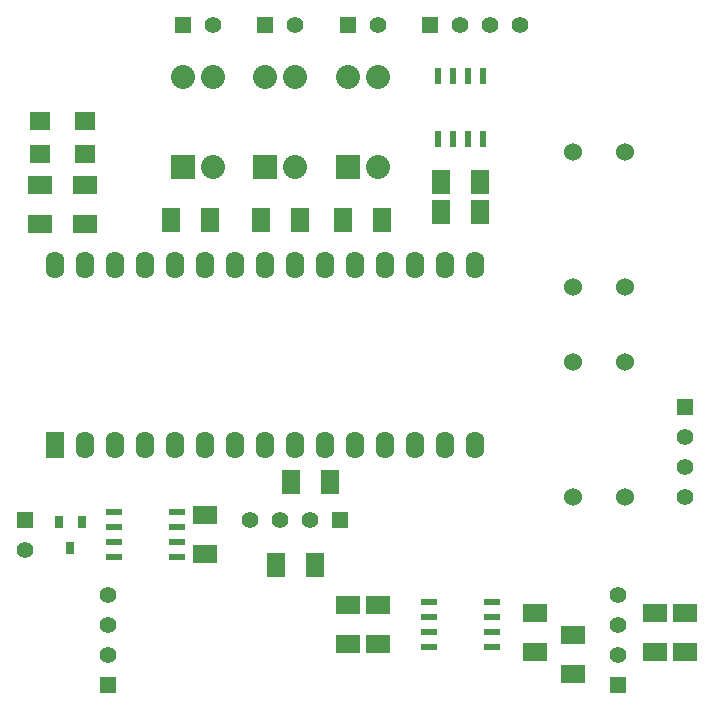
<source format=gts>
G04 (created by PCBNEW (22-Jun-2014 BZR 4027)-stable) date Wed 30 Jul 2014 01:02:49 NZST*
%MOIN*%
G04 Gerber Fmt 3.4, Leading zero omitted, Abs format*
%FSLAX34Y34*%
G01*
G70*
G90*
G04 APERTURE LIST*
%ADD10C,0.00590551*%
%ADD11R,0.0551X0.0236*%
%ADD12R,0.0236X0.0551*%
%ADD13R,0.08X0.06*%
%ADD14R,0.06X0.08*%
%ADD15R,0.062X0.09*%
%ADD16O,0.062X0.09*%
%ADD17R,0.08X0.08*%
%ADD18C,0.08*%
%ADD19O,0.08X0.08*%
%ADD20R,0.0315X0.0394*%
%ADD21R,0.055X0.055*%
%ADD22C,0.055*%
%ADD23C,0.06*%
%ADD24R,0.0709X0.0629*%
G04 APERTURE END LIST*
G54D10*
G54D11*
X86950Y-63750D03*
X89050Y-63750D03*
X86950Y-63250D03*
X86950Y-62750D03*
X86950Y-62250D03*
X89050Y-63250D03*
X89050Y-62750D03*
X89050Y-62250D03*
G54D12*
X87250Y-44700D03*
X87250Y-46800D03*
X87750Y-44700D03*
X88250Y-44700D03*
X88750Y-44700D03*
X87750Y-46800D03*
X88250Y-46800D03*
X88750Y-46800D03*
G54D11*
X78550Y-59250D03*
X76450Y-59250D03*
X78550Y-59750D03*
X78550Y-60250D03*
X78550Y-60750D03*
X76450Y-59750D03*
X76450Y-60250D03*
X76450Y-60750D03*
G54D13*
X95500Y-63900D03*
X95500Y-62600D03*
X79500Y-59350D03*
X79500Y-60650D03*
G54D14*
X88650Y-48250D03*
X87350Y-48250D03*
X88650Y-49250D03*
X87350Y-49250D03*
G54D13*
X94500Y-63900D03*
X94500Y-62600D03*
X85250Y-63650D03*
X85250Y-62350D03*
X84250Y-63650D03*
X84250Y-62350D03*
G54D15*
X74500Y-57000D03*
G54D16*
X75500Y-57000D03*
X76500Y-57000D03*
X77500Y-57000D03*
X78500Y-57000D03*
X79500Y-57000D03*
X80500Y-57000D03*
X81500Y-57000D03*
X82500Y-57000D03*
X83500Y-57000D03*
X84500Y-57000D03*
X85500Y-57000D03*
X86500Y-57000D03*
X87500Y-57000D03*
X88500Y-57000D03*
X88500Y-51000D03*
X87500Y-51000D03*
X86500Y-51000D03*
X85500Y-51000D03*
X84500Y-51000D03*
X83500Y-51000D03*
X82500Y-51000D03*
X81500Y-51000D03*
X80500Y-51000D03*
X79500Y-51000D03*
X78500Y-51000D03*
X77500Y-51000D03*
X76500Y-51000D03*
X75500Y-51000D03*
X74500Y-51000D03*
G54D17*
X84250Y-47750D03*
G54D18*
X85250Y-47750D03*
G54D19*
X85250Y-44750D03*
X84250Y-44750D03*
G54D17*
X81500Y-47750D03*
G54D18*
X82500Y-47750D03*
G54D19*
X82500Y-44750D03*
X81500Y-44750D03*
G54D17*
X78750Y-47750D03*
G54D18*
X79750Y-47750D03*
G54D19*
X79750Y-44750D03*
X78750Y-44750D03*
G54D20*
X75000Y-60433D03*
X74625Y-59567D03*
X75375Y-59567D03*
G54D14*
X79650Y-49500D03*
X78350Y-49500D03*
X81350Y-49500D03*
X82650Y-49500D03*
X84100Y-49500D03*
X85400Y-49500D03*
X83150Y-61000D03*
X81850Y-61000D03*
G54D13*
X75500Y-49650D03*
X75500Y-48350D03*
X74000Y-49650D03*
X74000Y-48350D03*
X90500Y-63900D03*
X90500Y-62600D03*
X91750Y-64650D03*
X91750Y-63350D03*
G54D14*
X83650Y-58250D03*
X82350Y-58250D03*
G54D21*
X87000Y-43000D03*
G54D22*
X88000Y-43000D03*
X89000Y-43000D03*
X90000Y-43000D03*
G54D21*
X95500Y-55750D03*
G54D22*
X95500Y-56750D03*
X95500Y-57750D03*
X95500Y-58750D03*
G54D21*
X76250Y-65000D03*
G54D22*
X76250Y-64000D03*
X76250Y-63000D03*
X76250Y-62000D03*
G54D21*
X93250Y-65000D03*
G54D22*
X93250Y-64000D03*
X93250Y-63000D03*
X93250Y-62000D03*
G54D21*
X84000Y-59500D03*
G54D22*
X83000Y-59500D03*
X82000Y-59500D03*
X81000Y-59500D03*
G54D21*
X78750Y-43000D03*
G54D22*
X79750Y-43000D03*
G54D21*
X73500Y-59500D03*
G54D22*
X73500Y-60500D03*
G54D21*
X81500Y-43000D03*
G54D22*
X82500Y-43000D03*
G54D21*
X84250Y-43000D03*
G54D22*
X85250Y-43000D03*
G54D23*
X93500Y-54250D03*
X93500Y-58750D03*
X91750Y-54250D03*
X91750Y-58750D03*
X91750Y-47250D03*
X91750Y-51750D03*
X93500Y-47250D03*
X93500Y-51750D03*
G54D24*
X74000Y-47309D03*
X74000Y-46191D03*
X75500Y-47309D03*
X75500Y-46191D03*
M02*

</source>
